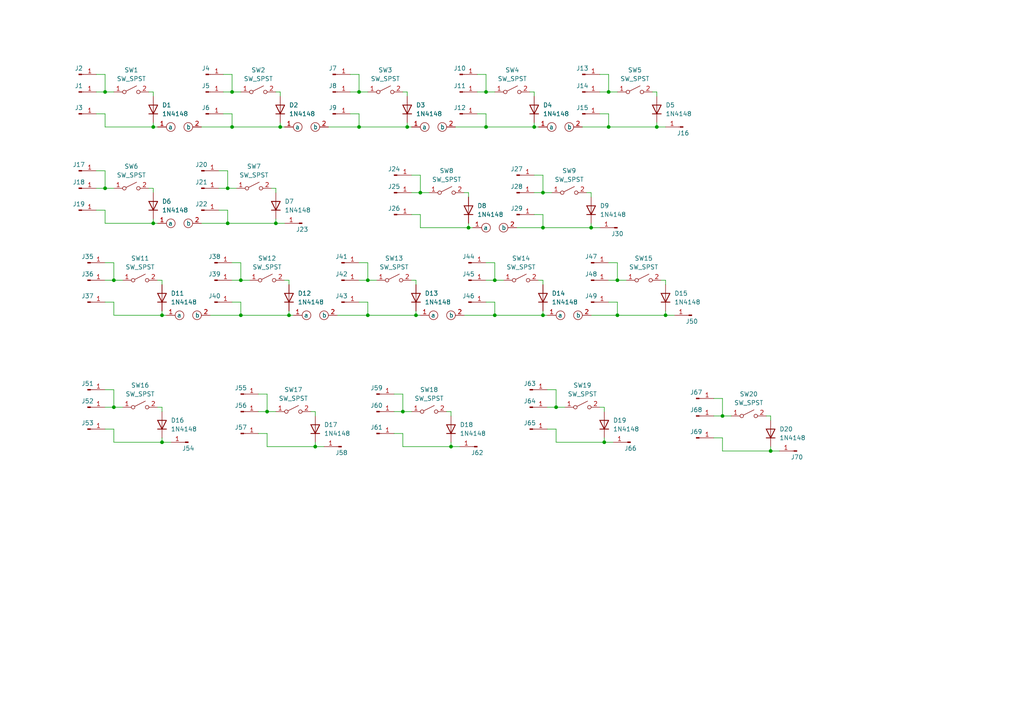
<source format=kicad_sch>
(kicad_sch (version 20230121) (generator eeschema)
  (paper "A4")
  (lib_symbols
    (symbol "Connector:Conn_01x01_Pin" (pin_names (offset 1.016) hide)
      (property "Reference" "J" (at 0 2.54 0))
      (property "Value" "Conn_01x01_Pin" (at 0 -2.54 0))
      (symbol "Conn_01x01_Pin_1_1"
        (polyline (pts (xy 1.27 0) (xy 0.8636 0)) (stroke (width 0.1524)))
        (rectangle (start 0.8636 0.127) (end 0 -0.127) (stroke (width 0.1524)) (fill (type outline)))
        (pin passive line (at 5.08 0 180) (length 3.81) (name "Pin_1") (number "1"))
      )
    )
    (symbol "Diode:1N4148" (pin_numbers hide) (pin_names hide)
      (property "Reference" "D" (at 0 2.54 0))
      (property "Value" "1N4148" (at 0 -2.54 0))
      (symbol "1N4148_0_1"
        (polyline (pts (xy -1.27 1.27) (xy -1.27 -1.27)) (stroke (width 0.254)))
        (polyline (pts (xy 1.27 0) (xy -1.27 0)))
        (polyline (pts (xy 1.27 1.27) (xy 1.27 -1.27) (xy -1.27 0) (xy 1.27 1.27)) (stroke (width 0.254)))
      )
      (symbol "1N4148_1_1"
        (pin passive line (at -3.81 0 0) (length 2.54) (name "K") (number "1"))
        (pin passive line (at 3.81 0 180) (length 2.54) (name "A") (number "2"))
      )
    )
    (symbol "Switch:SW_SPST" (pin_names (offset 0) hide)
      (property "Reference" "SW" (at 0 3.175 0))
      (property "Value" "SW_SPST" (at 0 -2.54 0))
      (symbol "SW_SPST_0_0"
        (circle (center -2.032 0) (radius 0.508))
        (polyline (pts (xy -1.524 0.254) (xy 1.524 1.778)))
        (circle (center 2.032 0) (radius 0.508))
      )
      (symbol "SW_SPST_1_1"
        (pin passive line (at -5.08 0 0) (length 2.54) (name "A") (number "1"))
        (pin passive line (at 5.08 0 180) (length 2.54) (name "B") (number "2"))
      )
    )
    (symbol "mod5symblib:pad"
      (symbol "pad_0_1"
        (circle (center -2.54 0) (radius 1.27))
        (circle (center 2.54 0) (radius 1.27))
      )
      (symbol "pad_1_1"
        (pin passive line (at -6.35 0 0) (length 2.54) (name "a") (number "1"))
        (pin passive line (at 6.35 0 180) (length 2.54) (name "b") (number "2"))
      )
    )
  )
  (junction (at 67.31 36.83))
  (junction (at 209.55 120.65))
  (junction (at 104.14 26.67))
  (junction (at 33.02 118.11))
  (junction (at 67.31 26.67))
  (junction (at 106.68 91.44))
  (junction (at 81.28 36.83))
  (junction (at 179.07 81.28))
  (junction (at 46.99 91.44))
  (junction (at 106.68 81.28))
  (junction (at 176.53 26.67))
  (junction (at 44.45 64.77))
  (junction (at 116.84 119.38))
  (junction (at 154.94 36.83))
  (junction (at 135.89 66.04))
  (junction (at 143.51 81.28))
  (junction (at 175.26 128.27))
  (junction (at 193.04 91.44))
  (junction (at 157.48 55.88))
  (junction (at 66.04 64.77))
  (junction (at 44.45 36.83))
  (junction (at 83.82 91.44))
  (junction (at 161.29 118.11))
  (junction (at 223.52 130.81))
  (junction (at 179.07 91.44))
  (junction (at 46.99 128.27))
  (junction (at 33.02 81.28))
  (junction (at 157.48 91.44))
  (junction (at 190.5 36.83))
  (junction (at 80.01 64.77))
  (junction (at 30.48 26.67))
  (junction (at 157.48 66.04))
  (junction (at 130.81 129.54))
  (junction (at 66.04 54.61))
  (junction (at 69.85 91.44))
  (junction (at 91.44 129.54))
  (junction (at 77.47 119.38))
  (junction (at 30.48 54.61))
  (junction (at 69.85 81.28))
  (junction (at 140.97 36.83))
  (junction (at 118.11 36.83))
  (junction (at 143.51 91.44))
  (junction (at 104.14 36.83))
  (junction (at 171.45 66.04))
  (junction (at 140.97 26.67))
  (junction (at 120.65 91.44))
  (junction (at 176.53 36.83))
  (junction (at 121.92 55.88))
  (wire (pts (xy 67.31 26.67) (xy 69.85 26.67)))
  (wire (pts (xy 116.84 119.38) (xy 119.38 119.38)))
  (wire (pts (xy 132.08 36.83) (xy 140.97 36.83)))
  (wire (pts (xy 140.97 21.59) (xy 140.97 26.67)))
  (wire (pts (xy 207.01 115.57) (xy 209.55 115.57)))
  (wire (pts (xy 104.14 21.59) (xy 104.14 26.67)))
  (wire (pts (xy 189.23 26.67) (xy 190.5 26.67)))
  (wire (pts (xy 135.89 55.88) (xy 135.89 57.15)))
  (wire (pts (xy 121.92 66.04) (xy 135.89 66.04)))
  (wire (pts (xy 223.52 120.65) (xy 223.52 121.92)))
  (wire (pts (xy 154.94 50.8) (xy 157.48 50.8)))
  (wire (pts (xy 143.51 76.2) (xy 143.51 81.28)))
  (wire (pts (xy 171.45 66.04) (xy 173.99 66.04)))
  (wire (pts (xy 143.51 81.28) (xy 146.05 81.28)))
  (wire (pts (xy 101.6 33.02) (xy 104.14 33.02)))
  (wire (pts (xy 30.48 113.03) (xy 33.02 113.03)))
  (wire (pts (xy 58.42 36.83) (xy 67.31 36.83)))
  (wire (pts (xy 33.02 91.44) (xy 46.99 91.44)))
  (wire (pts (xy 209.55 127) (xy 209.55 130.81)))
  (wire (pts (xy 140.97 87.63) (xy 143.51 87.63)))
  (wire (pts (xy 33.02 87.63) (xy 33.02 91.44)))
  (wire (pts (xy 30.48 36.83) (xy 44.45 36.83)))
  (wire (pts (xy 69.85 76.2) (xy 69.85 81.28)))
  (wire (pts (xy 176.53 26.67) (xy 179.07 26.67)))
  (wire (pts (xy 157.48 50.8) (xy 157.48 55.88)))
  (wire (pts (xy 66.04 49.53) (xy 66.04 54.61)))
  (wire (pts (xy 130.81 128.27) (xy 130.81 129.54)))
  (wire (pts (xy 80.01 63.5) (xy 80.01 64.77)))
  (wire (pts (xy 140.97 33.02) (xy 140.97 36.83)))
  (wire (pts (xy 170.18 55.88) (xy 171.45 55.88)))
  (wire (pts (xy 138.43 21.59) (xy 140.97 21.59)))
  (wire (pts (xy 135.89 66.04) (xy 137.16 66.04)))
  (wire (pts (xy 120.65 90.17) (xy 120.65 91.44)))
  (wire (pts (xy 44.45 54.61) (xy 44.45 55.88)))
  (wire (pts (xy 82.55 81.28) (xy 83.82 81.28)))
  (wire (pts (xy 114.3 119.38) (xy 116.84 119.38)))
  (wire (pts (xy 116.84 129.54) (xy 130.81 129.54)))
  (wire (pts (xy 104.14 36.83) (xy 118.11 36.83)))
  (wire (pts (xy 179.07 76.2) (xy 179.07 81.28)))
  (wire (pts (xy 106.68 76.2) (xy 106.68 81.28)))
  (wire (pts (xy 175.26 128.27) (xy 177.8 128.27)))
  (wire (pts (xy 67.31 76.2) (xy 69.85 76.2)))
  (wire (pts (xy 77.47 125.73) (xy 77.47 129.54)))
  (wire (pts (xy 33.02 76.2) (xy 33.02 81.28)))
  (wire (pts (xy 77.47 114.3) (xy 77.47 119.38)))
  (wire (pts (xy 27.94 49.53) (xy 30.48 49.53)))
  (wire (pts (xy 69.85 81.28) (xy 72.39 81.28)))
  (wire (pts (xy 119.38 50.8) (xy 121.92 50.8)))
  (wire (pts (xy 46.99 90.17) (xy 46.99 91.44)))
  (wire (pts (xy 46.99 128.27) (xy 49.53 128.27)))
  (wire (pts (xy 223.52 129.54) (xy 223.52 130.81)))
  (wire (pts (xy 190.5 35.56) (xy 190.5 36.83)))
  (wire (pts (xy 66.04 64.77) (xy 80.01 64.77)))
  (wire (pts (xy 78.74 54.61) (xy 80.01 54.61)))
  (wire (pts (xy 114.3 125.73) (xy 116.84 125.73)))
  (wire (pts (xy 30.48 81.28) (xy 33.02 81.28)))
  (wire (pts (xy 176.53 33.02) (xy 176.53 36.83)))
  (wire (pts (xy 118.11 36.83) (xy 119.38 36.83)))
  (wire (pts (xy 45.72 118.11) (xy 46.99 118.11)))
  (wire (pts (xy 135.89 64.77) (xy 135.89 66.04)))
  (wire (pts (xy 190.5 26.67) (xy 190.5 27.94)))
  (wire (pts (xy 44.45 26.67) (xy 44.45 27.94)))
  (wire (pts (xy 171.45 91.44) (xy 179.07 91.44)))
  (wire (pts (xy 161.29 128.27) (xy 175.26 128.27)))
  (wire (pts (xy 157.48 62.23) (xy 157.48 66.04)))
  (wire (pts (xy 193.04 91.44) (xy 195.58 91.44)))
  (wire (pts (xy 154.94 26.67) (xy 154.94 27.94)))
  (wire (pts (xy 77.47 129.54) (xy 91.44 129.54)))
  (wire (pts (xy 90.17 119.38) (xy 91.44 119.38)))
  (wire (pts (xy 66.04 60.96) (xy 66.04 64.77)))
  (wire (pts (xy 193.04 81.28) (xy 193.04 82.55)))
  (wire (pts (xy 33.02 128.27) (xy 46.99 128.27)))
  (wire (pts (xy 157.48 90.17) (xy 157.48 91.44)))
  (wire (pts (xy 101.6 21.59) (xy 104.14 21.59)))
  (wire (pts (xy 43.18 54.61) (xy 44.45 54.61)))
  (wire (pts (xy 27.94 60.96) (xy 30.48 60.96)))
  (wire (pts (xy 44.45 63.5) (xy 44.45 64.77)))
  (wire (pts (xy 140.97 81.28) (xy 143.51 81.28)))
  (wire (pts (xy 91.44 128.27) (xy 91.44 129.54)))
  (wire (pts (xy 120.65 91.44) (xy 121.92 91.44)))
  (wire (pts (xy 143.51 87.63) (xy 143.51 91.44)))
  (wire (pts (xy 33.02 81.28) (xy 35.56 81.28)))
  (wire (pts (xy 143.51 91.44) (xy 157.48 91.44)))
  (wire (pts (xy 118.11 26.67) (xy 118.11 27.94)))
  (wire (pts (xy 30.48 54.61) (xy 33.02 54.61)))
  (wire (pts (xy 80.01 54.61) (xy 80.01 55.88)))
  (wire (pts (xy 63.5 54.61) (xy 66.04 54.61)))
  (wire (pts (xy 81.28 26.67) (xy 81.28 27.94)))
  (wire (pts (xy 81.28 35.56) (xy 81.28 36.83)))
  (wire (pts (xy 83.82 81.28) (xy 83.82 82.55)))
  (wire (pts (xy 173.99 33.02) (xy 176.53 33.02)))
  (wire (pts (xy 60.96 91.44) (xy 69.85 91.44)))
  (wire (pts (xy 168.91 36.83) (xy 176.53 36.83)))
  (wire (pts (xy 116.84 114.3) (xy 116.84 119.38)))
  (wire (pts (xy 158.75 118.11) (xy 161.29 118.11)))
  (wire (pts (xy 209.55 130.81) (xy 223.52 130.81)))
  (wire (pts (xy 95.25 36.83) (xy 104.14 36.83)))
  (wire (pts (xy 30.48 49.53) (xy 30.48 54.61)))
  (wire (pts (xy 179.07 91.44) (xy 193.04 91.44)))
  (wire (pts (xy 43.18 26.67) (xy 44.45 26.67)))
  (wire (pts (xy 46.99 127) (xy 46.99 128.27)))
  (wire (pts (xy 27.94 33.02) (xy 30.48 33.02)))
  (wire (pts (xy 45.72 81.28) (xy 46.99 81.28)))
  (wire (pts (xy 149.86 66.04) (xy 157.48 66.04)))
  (wire (pts (xy 104.14 81.28) (xy 106.68 81.28)))
  (wire (pts (xy 119.38 55.88) (xy 121.92 55.88)))
  (wire (pts (xy 130.81 119.38) (xy 130.81 120.65)))
  (wire (pts (xy 171.45 55.88) (xy 171.45 57.15)))
  (wire (pts (xy 74.93 119.38) (xy 77.47 119.38)))
  (wire (pts (xy 176.53 76.2) (xy 179.07 76.2)))
  (wire (pts (xy 134.62 91.44) (xy 143.51 91.44)))
  (wire (pts (xy 104.14 26.67) (xy 106.68 26.67)))
  (wire (pts (xy 191.77 81.28) (xy 193.04 81.28)))
  (wire (pts (xy 91.44 129.54) (xy 93.98 129.54)))
  (wire (pts (xy 171.45 64.77) (xy 171.45 66.04)))
  (wire (pts (xy 158.75 113.03) (xy 161.29 113.03)))
  (wire (pts (xy 173.99 21.59) (xy 176.53 21.59)))
  (wire (pts (xy 121.92 55.88) (xy 124.46 55.88)))
  (wire (pts (xy 77.47 119.38) (xy 80.01 119.38)))
  (wire (pts (xy 97.79 91.44) (xy 106.68 91.44)))
  (wire (pts (xy 140.97 36.83) (xy 154.94 36.83)))
  (wire (pts (xy 64.77 21.59) (xy 67.31 21.59)))
  (wire (pts (xy 140.97 26.67) (xy 143.51 26.67)))
  (wire (pts (xy 118.11 35.56) (xy 118.11 36.83)))
  (wire (pts (xy 30.48 87.63) (xy 33.02 87.63)))
  (wire (pts (xy 67.31 81.28) (xy 69.85 81.28)))
  (wire (pts (xy 161.29 124.46) (xy 161.29 128.27)))
  (wire (pts (xy 30.48 124.46) (xy 33.02 124.46)))
  (wire (pts (xy 83.82 91.44) (xy 85.09 91.44)))
  (wire (pts (xy 154.94 36.83) (xy 156.21 36.83)))
  (wire (pts (xy 119.38 81.28) (xy 120.65 81.28)))
  (wire (pts (xy 46.99 81.28) (xy 46.99 82.55)))
  (wire (pts (xy 27.94 21.59) (xy 30.48 21.59)))
  (wire (pts (xy 138.43 33.02) (xy 140.97 33.02)))
  (wire (pts (xy 222.25 120.65) (xy 223.52 120.65)))
  (wire (pts (xy 91.44 119.38) (xy 91.44 120.65)))
  (wire (pts (xy 207.01 120.65) (xy 209.55 120.65)))
  (wire (pts (xy 158.75 124.46) (xy 161.29 124.46)))
  (wire (pts (xy 161.29 118.11) (xy 163.83 118.11)))
  (wire (pts (xy 67.31 36.83) (xy 81.28 36.83)))
  (wire (pts (xy 176.53 21.59) (xy 176.53 26.67)))
  (wire (pts (xy 33.02 113.03) (xy 33.02 118.11)))
  (wire (pts (xy 175.26 118.11) (xy 175.26 119.38)))
  (wire (pts (xy 176.53 36.83) (xy 190.5 36.83)))
  (wire (pts (xy 209.55 115.57) (xy 209.55 120.65)))
  (wire (pts (xy 80.01 26.67) (xy 81.28 26.67)))
  (wire (pts (xy 104.14 33.02) (xy 104.14 36.83)))
  (wire (pts (xy 106.68 91.44) (xy 120.65 91.44)))
  (wire (pts (xy 30.48 64.77) (xy 44.45 64.77)))
  (wire (pts (xy 119.38 62.23) (xy 121.92 62.23)))
  (wire (pts (xy 30.48 21.59) (xy 30.48 26.67)))
  (wire (pts (xy 67.31 33.02) (xy 67.31 36.83)))
  (wire (pts (xy 30.48 118.11) (xy 33.02 118.11)))
  (wire (pts (xy 33.02 124.46) (xy 33.02 128.27)))
  (wire (pts (xy 176.53 87.63) (xy 179.07 87.63)))
  (wire (pts (xy 44.45 64.77) (xy 45.72 64.77)))
  (wire (pts (xy 58.42 64.77) (xy 66.04 64.77)))
  (wire (pts (xy 63.5 49.53) (xy 66.04 49.53)))
  (wire (pts (xy 74.93 114.3) (xy 77.47 114.3)))
  (wire (pts (xy 44.45 36.83) (xy 45.72 36.83)))
  (wire (pts (xy 30.48 26.67) (xy 33.02 26.67)))
  (wire (pts (xy 161.29 113.03) (xy 161.29 118.11)))
  (wire (pts (xy 116.84 125.73) (xy 116.84 129.54)))
  (wire (pts (xy 120.65 81.28) (xy 120.65 82.55)))
  (wire (pts (xy 30.48 76.2) (xy 33.02 76.2)))
  (wire (pts (xy 101.6 26.67) (xy 104.14 26.67)))
  (wire (pts (xy 173.99 26.67) (xy 176.53 26.67)))
  (wire (pts (xy 81.28 36.83) (xy 82.55 36.83)))
  (wire (pts (xy 130.81 129.54) (xy 133.35 129.54)))
  (wire (pts (xy 209.55 120.65) (xy 212.09 120.65)))
  (wire (pts (xy 114.3 114.3) (xy 116.84 114.3)))
  (wire (pts (xy 116.84 26.67) (xy 118.11 26.67)))
  (wire (pts (xy 63.5 60.96) (xy 66.04 60.96)))
  (wire (pts (xy 74.93 125.73) (xy 77.47 125.73)))
  (wire (pts (xy 157.48 91.44) (xy 158.75 91.44)))
  (wire (pts (xy 69.85 91.44) (xy 83.82 91.44)))
  (wire (pts (xy 106.68 87.63) (xy 106.68 91.44)))
  (wire (pts (xy 66.04 54.61) (xy 68.58 54.61)))
  (wire (pts (xy 64.77 26.67) (xy 67.31 26.67)))
  (wire (pts (xy 46.99 118.11) (xy 46.99 119.38)))
  (wire (pts (xy 176.53 81.28) (xy 179.07 81.28)))
  (wire (pts (xy 154.94 62.23) (xy 157.48 62.23)))
  (wire (pts (xy 104.14 76.2) (xy 106.68 76.2)))
  (wire (pts (xy 179.07 81.28) (xy 181.61 81.28)))
  (wire (pts (xy 69.85 87.63) (xy 69.85 91.44)))
  (wire (pts (xy 30.48 60.96) (xy 30.48 64.77)))
  (wire (pts (xy 193.04 90.17) (xy 193.04 91.44)))
  (wire (pts (xy 153.67 26.67) (xy 154.94 26.67)))
  (wire (pts (xy 104.14 87.63) (xy 106.68 87.63)))
  (wire (pts (xy 67.31 21.59) (xy 67.31 26.67)))
  (wire (pts (xy 83.82 90.17) (xy 83.82 91.44)))
  (wire (pts (xy 134.62 55.88) (xy 135.89 55.88)))
  (wire (pts (xy 46.99 91.44) (xy 48.26 91.44)))
  (wire (pts (xy 106.68 81.28) (xy 109.22 81.28)))
  (wire (pts (xy 80.01 64.77) (xy 82.55 64.77)))
  (wire (pts (xy 27.94 26.67) (xy 30.48 26.67)))
  (wire (pts (xy 190.5 36.83) (xy 193.04 36.83)))
  (wire (pts (xy 157.48 55.88) (xy 160.02 55.88)))
  (wire (pts (xy 121.92 62.23) (xy 121.92 66.04)))
  (wire (pts (xy 154.94 35.56) (xy 154.94 36.83)))
  (wire (pts (xy 156.21 81.28) (xy 157.48 81.28)))
  (wire (pts (xy 27.94 54.61) (xy 30.48 54.61)))
  (wire (pts (xy 129.54 119.38) (xy 130.81 119.38)))
  (wire (pts (xy 33.02 118.11) (xy 35.56 118.11)))
  (wire (pts (xy 140.97 76.2) (xy 143.51 76.2)))
  (wire (pts (xy 175.26 127) (xy 175.26 128.27)))
  (wire (pts (xy 179.07 87.63) (xy 179.07 91.44)))
  (wire (pts (xy 223.52 130.81) (xy 226.06 130.81)))
  (wire (pts (xy 64.77 33.02) (xy 67.31 33.02)))
  (wire (pts (xy 157.48 81.28) (xy 157.48 82.55)))
  (wire (pts (xy 207.01 127) (xy 209.55 127)))
  (wire (pts (xy 67.31 87.63) (xy 69.85 87.63)))
  (wire (pts (xy 157.48 66.04) (xy 171.45 66.04)))
  (wire (pts (xy 44.45 35.56) (xy 44.45 36.83)))
  (wire (pts (xy 173.99 118.11) (xy 175.26 118.11)))
  (wire (pts (xy 138.43 26.67) (xy 140.97 26.67)))
  (wire (pts (xy 121.92 50.8) (xy 121.92 55.88)))
  (wire (pts (xy 30.48 33.02) (xy 30.48 36.83)))
  (wire (pts (xy 154.94 55.88) (xy 157.48 55.88)))
  (symbol (lib_id "Diode:1N4148") (at 46.99 86.36 90) (unit 1)
    (property "Reference" "D11" (at 49.53 85.09 90) (effects (justify right)))
    (property "Value" "1N4148" (at 49.53 87.63 90) (effects (justify right)))
    (property "Footprint" "Diode_THT:D_DO-35_SOD27_P7.62mm_Horizontal" (effects hide))
    (property "Datasheet" "https://assets.nexperia.com/documents/data-sheet/1N4148_1N4448.pdf" (effects hide))
    (property "Sim.Device" "D" (effects hide))
    (property "Sim.Pins" "1=K 2=A" (effects hide))
  )
  (symbol (lib_id "Connector:Conn_01x01_Pin") (at 25.4 87.63 0) (unit 1)
    (property "Reference" "J37" (at 25.4 85.852 0))
    (property "Value" "Conn_01x01_Pin" (effects hide))
    (property "Footprint" "mod5footprint-lib:conn1x1" (effects hide))
  )
  (symbol (lib_id "Connector:Conn_01x01_Pin") (at 62.23 76.2 0) (unit 1)
    (property "Reference" "J38" (at 62.23 74.422 0))
    (property "Value" "Conn_01x01_Pin" (effects hide))
    (property "Footprint" "mod5footprint-lib:conn1x1" (effects hide))
  )
  (symbol (lib_id "Connector:Conn_01x01_Pin") (at 54.61 128.27 180) (unit 1)
    (property "Reference" "J54" (at 54.61 130.048 0))
    (property "Value" "Conn_01x01_Pin" (effects hide))
    (property "Footprint" "mod5footprint-lib:conn1x1" (effects hide))
  )
  (symbol (lib_id "mod5symblib:pad") (at 88.9 36.83 0) (unit 1)
    (property "Reference" "P2" (effects hide))
    (property "Footprint" "mod5footprint-lib:pad-footprint" (effects hide))
  )
  (symbol (lib_id "Switch:SW_SPST") (at 38.1 26.67 0) (unit 1)
    (property "Reference" "SW1" (at 38.1 20.32 0))
    (property "Value" "SW_SPST" (at 38.1 22.86 0))
    (property "Footprint" "mx:SW_Cherry_MX_PCB" (effects hide))
  )
  (symbol (lib_id "Diode:1N4148") (at 190.5 31.75 90) (unit 1)
    (property "Reference" "D5" (at 193.04 30.48 90) (effects (justify right)))
    (property "Value" "1N4148" (at 193.04 33.02 90) (effects (justify right)))
    (property "Footprint" "Diode_THT:D_DO-35_SOD27_P7.62mm_Horizontal" (effects hide))
    (property "Datasheet" "https://assets.nexperia.com/documents/data-sheet/1N4148_1N4448.pdf" (effects hide))
    (property "Sim.Device" "D" (effects hide))
    (property "Sim.Pins" "1=K 2=A" (effects hide))
  )
  (symbol (lib_id "Diode:1N4148") (at 81.28 31.75 90) (unit 1)
    (property "Reference" "D2" (at 83.82 30.48 90) (effects (justify right)))
    (property "Value" "1N4148" (at 83.82 33.02 90) (effects (justify right)))
    (property "Footprint" "Diode_THT:D_DO-35_SOD27_P7.62mm_Horizontal" (effects hide))
    (property "Datasheet" "https://assets.nexperia.com/documents/data-sheet/1N4148_1N4448.pdf" (effects hide))
    (property "Sim.Device" "D" (effects hide))
    (property "Sim.Pins" "1=K 2=A" (effects hide))
  )
  (symbol (lib_id "Connector:Conn_01x01_Pin") (at 135.89 76.2 0) (unit 1)
    (property "Reference" "J44" (at 135.89 74.422 0))
    (property "Value" "Conn_01x01_Pin" (effects hide))
    (property "Footprint" "mod5footprint-lib:conn1x1" (effects hide))
  )
  (symbol (lib_id "Connector:Conn_01x01_Pin") (at 96.52 26.67 0) (unit 1)
    (property "Reference" "J8" (at 96.52 24.892 0))
    (property "Value" "Conn_01x01_Pin" (effects hide))
    (property "Footprint" "mod5footprint-lib:conn1x1" (effects hide))
  )
  (symbol (lib_id "mod5symblib:pad") (at 52.07 64.77 0) (unit 1)
    (property "Reference" "P5" (effects hide))
    (property "Footprint" "mod5footprint-lib:pad-footprint" (effects hide))
  )
  (symbol (lib_id "Connector:Conn_01x01_Pin") (at 25.4 118.11 0) (unit 1)
    (property "Reference" "J52" (at 25.4 116.332 0))
    (property "Value" "Conn_01x01_Pin" (effects hide))
    (property "Footprint" "mod5footprint-lib:conn1x1" (effects hide))
  )
  (symbol (lib_id "Diode:1N4148") (at 154.94 31.75 90) (unit 1)
    (property "Reference" "D4" (at 157.48 30.48 90) (effects (justify right)))
    (property "Value" "1N4148" (at 157.48 33.02 90) (effects (justify right)))
    (property "Footprint" "Diode_THT:D_DO-35_SOD27_P7.62mm_Horizontal" (effects hide))
    (property "Datasheet" "https://assets.nexperia.com/documents/data-sheet/1N4148_1N4448.pdf" (effects hide))
    (property "Sim.Device" "D" (effects hide))
    (property "Sim.Pins" "1=K 2=A" (effects hide))
  )
  (symbol (lib_id "Connector:Conn_01x01_Pin") (at 62.23 87.63 0) (unit 1)
    (property "Reference" "J40" (at 62.23 85.852 0))
    (property "Value" "Conn_01x01_Pin" (effects hide))
    (property "Footprint" "mod5footprint-lib:conn1x1" (effects hide))
  )
  (symbol (lib_id "Connector:Conn_01x01_Pin") (at 109.22 114.3 0) (unit 1)
    (property "Reference" "J59" (at 109.22 112.522 0))
    (property "Value" "Conn_01x01_Pin" (effects hide))
    (property "Footprint" "mod5footprint-lib:conn1x1" (effects hide))
  )
  (symbol (lib_id "mod5symblib:pad") (at 125.73 36.83 0) (unit 1)
    (property "Reference" "P3" (effects hide))
    (property "Footprint" "mod5footprint-lib:pad-footprint" (effects hide))
  )
  (symbol (lib_id "Switch:SW_SPST") (at 184.15 26.67 0) (unit 1)
    (property "Reference" "SW5" (at 184.15 20.32 0))
    (property "Value" "SW_SPST" (at 184.15 22.86 0))
    (property "Footprint" "mx:SW_Cherry_MX_PCB" (effects hide))
  )
  (symbol (lib_id "Connector:Conn_01x01_Pin") (at 96.52 33.02 0) (unit 1)
    (property "Reference" "J9" (at 96.52 31.242 0))
    (property "Value" "Conn_01x01_Pin" (effects hide))
    (property "Footprint" "mod5footprint-lib:conn1x1" (effects hide))
  )
  (symbol (lib_id "mod5symblib:pad") (at 91.44 91.44 0) (unit 1)
    (property "Reference" "P8" (effects hide))
    (property "Footprint" "mod5footprint-lib:pad-footprint" (effects hide))
  )
  (symbol (lib_id "Connector:Conn_01x01_Pin") (at 168.91 21.59 0) (unit 1)
    (property "Reference" "J13" (at 168.91 19.812 0))
    (property "Value" "Conn_01x01_Pin" (effects hide))
    (property "Footprint" "mod5footprint-lib:conn1x1" (effects hide))
  )
  (symbol (lib_id "Connector:Conn_01x01_Pin") (at 22.86 33.02 0) (unit 1)
    (property "Reference" "J3" (at 22.86 31.242 0))
    (property "Value" "Conn_01x01_Pin" (effects hide))
    (property "Footprint" "mod5footprint-lib:conn1x1" (effects hide))
  )
  (symbol (lib_id "Connector:Conn_01x01_Pin") (at 69.85 119.38 0) (unit 1)
    (property "Reference" "J56" (at 69.85 117.602 0))
    (property "Value" "Conn_01x01_Pin" (effects hide))
    (property "Footprint" "mod5footprint-lib:conn1x1" (effects hide))
  )
  (symbol (lib_id "Connector:Conn_01x01_Pin") (at 109.22 125.73 0) (unit 1)
    (property "Reference" "J61" (at 109.22 123.952 0))
    (property "Value" "Conn_01x01_Pin" (effects hide))
    (property "Footprint" "mod5footprint-lib:conn1x1" (effects hide))
  )
  (symbol (lib_id "Connector:Conn_01x01_Pin") (at 22.86 26.67 0) (unit 1)
    (property "Reference" "J1" (at 22.86 24.892 0))
    (property "Value" "Conn_01x01_Pin" (effects hide))
    (property "Footprint" "mod5footprint-lib:conn1x1" (effects hide))
  )
  (symbol (lib_id "Connector:Conn_01x01_Pin") (at 179.07 66.04 180) (unit 1)
    (property "Reference" "J30" (at 179.07 67.818 0))
    (property "Value" "Conn_01x01_Pin" (effects hide))
    (property "Footprint" "mod5footprint-lib:conn1x1" (effects hide))
  )
  (symbol (lib_id "Connector:Conn_01x01_Pin") (at 99.06 129.54 180) (unit 1)
    (property "Reference" "J58" (at 99.06 131.318 0))
    (property "Value" "Conn_01x01_Pin" (effects hide))
    (property "Footprint" "mod5footprint-lib:conn1x1" (effects hide))
  )
  (symbol (lib_id "Switch:SW_SPST") (at 148.59 26.67 0) (unit 1)
    (property "Reference" "SW4" (at 148.59 20.32 0))
    (property "Value" "SW_SPST" (at 148.59 22.86 0))
    (property "Footprint" "mx:SW_Cherry_MX_PCB" (effects hide))
  )
  (symbol (lib_id "Connector:Conn_01x01_Pin") (at 58.42 54.61 0) (unit 1)
    (property "Reference" "J21" (at 58.42 52.832 0))
    (property "Value" "Conn_01x01_Pin" (effects hide))
    (property "Footprint" "mod5footprint-lib:conn1x1" (effects hide))
  )
  (symbol (lib_id "Switch:SW_SPST") (at 114.3 81.28 0) (unit 1)
    (property "Reference" "SW13" (at 114.3 74.93 0))
    (property "Value" "SW_SPST" (at 114.3 77.47 0))
    (property "Footprint" "mx:SW_Cherry_MX_PCB" (effects hide))
  )
  (symbol (lib_id "Diode:1N4148") (at 91.44 124.46 90) (unit 1)
    (property "Reference" "D17" (at 93.98 123.19 90) (effects (justify right)))
    (property "Value" "1N4148" (at 93.98 125.73 90) (effects (justify right)))
    (property "Footprint" "Diode_THT:D_DO-35_SOD27_P7.62mm_Horizontal" (effects hide))
    (property "Datasheet" "https://assets.nexperia.com/documents/data-sheet/1N4148_1N4448.pdf" (effects hide))
    (property "Sim.Device" "D" (effects hide))
    (property "Sim.Pins" "1=K 2=A" (effects hide))
  )
  (symbol (lib_id "Diode:1N4148") (at 118.11 31.75 90) (unit 1)
    (property "Reference" "D3" (at 120.65 30.48 90) (effects (justify right)))
    (property "Value" "1N4148" (at 120.65 33.02 90) (effects (justify right)))
    (property "Footprint" "Diode_THT:D_DO-35_SOD27_P7.62mm_Horizontal" (effects hide))
    (property "Datasheet" "https://assets.nexperia.com/documents/data-sheet/1N4148_1N4448.pdf" (effects hide))
    (property "Sim.Device" "D" (effects hide))
    (property "Sim.Pins" "1=K 2=A" (effects hide))
  )
  (symbol (lib_id "Connector:Conn_01x01_Pin") (at 69.85 125.73 0) (unit 1)
    (property "Reference" "J57" (at 69.85 123.952 0))
    (property "Value" "Conn_01x01_Pin" (effects hide))
    (property "Footprint" "mod5footprint-lib:conn1x1" (effects hide))
  )
  (symbol (lib_id "Switch:SW_SPST") (at 40.64 118.11 0) (unit 1)
    (property "Reference" "SW16" (at 40.64 111.76 0))
    (property "Value" "SW_SPST" (at 40.64 114.3 0))
    (property "Footprint" "mx:SW_Cherry_MX_PCB" (effects hide))
  )
  (symbol (lib_id "Switch:SW_SPST") (at 74.93 26.67 0) (unit 1)
    (property "Reference" "SW2" (at 74.93 20.32 0))
    (property "Value" "SW_SPST" (at 74.93 22.86 0))
    (property "Footprint" "mx:SW_Cherry_MX_PCB" (effects hide))
  )
  (symbol (lib_id "Connector:Conn_01x01_Pin") (at 58.42 60.96 0) (unit 1)
    (property "Reference" "J22" (at 58.42 59.182 0))
    (property "Value" "Conn_01x01_Pin" (effects hide))
    (property "Footprint" "mod5footprint-lib:conn1x1" (effects hide))
  )
  (symbol (lib_id "Connector:Conn_01x01_Pin") (at 25.4 113.03 0) (unit 1)
    (property "Reference" "J51" (at 25.4 111.252 0))
    (property "Value" "Conn_01x01_Pin" (effects hide))
    (property "Footprint" "mod5footprint-lib:conn1x1" (effects hide))
  )
  (symbol (lib_id "Diode:1N4148") (at 193.04 86.36 90) (unit 1)
    (property "Reference" "D15" (at 195.58 85.09 90) (effects (justify right)))
    (property "Value" "1N4148" (at 195.58 87.63 90) (effects (justify right)))
    (property "Footprint" "Diode_THT:D_DO-35_SOD27_P7.62mm_Horizontal" (effects hide))
    (property "Datasheet" "https://assets.nexperia.com/documents/data-sheet/1N4148_1N4448.pdf" (effects hide))
    (property "Sim.Device" "D" (effects hide))
    (property "Sim.Pins" "1=K 2=A" (effects hide))
  )
  (symbol (lib_id "Connector:Conn_01x01_Pin") (at 22.86 21.59 0) (unit 1)
    (property "Reference" "J2" (at 22.86 19.812 0))
    (property "Value" "Conn_01x01_Pin" (effects hide))
    (property "Footprint" "mod5footprint-lib:conn1x1" (effects hide))
  )
  (symbol (lib_id "Connector:Conn_01x01_Pin") (at 168.91 33.02 0) (unit 1)
    (property "Reference" "J15" (at 168.91 31.242 0))
    (property "Value" "Conn_01x01_Pin" (effects hide))
    (property "Footprint" "mod5footprint-lib:conn1x1" (effects hide))
  )
  (symbol (lib_id "Connector:Conn_01x01_Pin") (at 153.67 113.03 0) (unit 1)
    (property "Reference" "J63" (at 153.67 111.252 0))
    (property "Value" "Conn_01x01_Pin" (effects hide))
    (property "Footprint" "mod5footprint-lib:conn1x1" (effects hide))
  )
  (symbol (lib_id "Diode:1N4148") (at 135.89 60.96 90) (unit 1)
    (property "Reference" "D8" (at 138.43 59.69 90) (effects (justify right)))
    (property "Value" "1N4148" (at 138.43 62.23 90) (effects (justify right)))
    (property "Footprint" "Diode_THT:D_DO-35_SOD27_P7.62mm_Horizontal" (effects hide))
    (property "Datasheet" "https://assets.nexperia.com/documents/data-sheet/1N4148_1N4448.pdf" (effects hide))
    (property "Sim.Device" "D" (effects hide))
    (property "Sim.Pins" "1=K 2=A" (effects hide))
  )
  (symbol (lib_id "Diode:1N4148") (at 44.45 31.75 90) (unit 1)
    (property "Reference" "D1" (at 46.99 30.48 90) (effects (justify right)))
    (property "Value" "1N4148" (at 46.99 33.02 90) (effects (justify right)))
    (property "Footprint" "Diode_THT:D_DO-35_SOD27_P7.62mm_Horizontal" (effects hide))
    (property "Datasheet" "https://assets.nexperia.com/documents/data-sheet/1N4148_1N4448.pdf" (effects hide))
    (property "Sim.Device" "D" (effects hide))
    (property "Sim.Pins" "1=K 2=A" (effects hide))
  )
  (symbol (lib_id "Connector:Conn_01x01_Pin") (at 171.45 81.28 0) (unit 1)
    (property "Reference" "J48" (at 171.45 79.502 0))
    (property "Value" "Conn_01x01_Pin" (effects hide))
    (property "Footprint" "mod5footprint-lib:conn1x1" (effects hide))
  )
  (symbol (lib_id "Switch:SW_SPST") (at 124.46 119.38 0) (unit 1)
    (property "Reference" "SW18" (at 124.46 113.03 0))
    (property "Value" "SW_SPST" (at 124.46 115.57 0))
    (property "Footprint" "mx:SW_Cherry_MX_PCB" (effects hide))
  )
  (symbol (lib_id "mod5symblib:pad") (at 143.51 66.04 0) (unit 1)
    (property "Reference" "P6" (effects hide))
    (property "Footprint" "mod5footprint-lib:pad-footprint" (effects hide))
  )
  (symbol (lib_id "Diode:1N4148") (at 80.01 59.69 90) (unit 1)
    (property "Reference" "D7" (at 82.55 58.42 90) (effects (justify right)))
    (property "Value" "1N4148" (at 82.55 60.96 90) (effects (justify right)))
    (property "Footprint" "Diode_THT:D_DO-35_SOD27_P7.62mm_Horizontal" (effects hide))
    (property "Datasheet" "https://assets.nexperia.com/documents/data-sheet/1N4148_1N4448.pdf" (effects hide))
    (property "Sim.Device" "D" (effects hide))
    (property "Sim.Pins" "1=K 2=A" (effects hide))
  )
  (symbol (lib_id "Switch:SW_SPST") (at 151.13 81.28 0) (unit 1)
    (property "Reference" "SW14" (at 151.13 74.93 0))
    (property "Value" "SW_SPST" (at 151.13 77.47 0))
    (property "Footprint" "mx:SW_Cherry_MX_PCB" (effects hide))
  )
  (symbol (lib_id "Diode:1N4148") (at 157.48 86.36 90) (unit 1)
    (property "Reference" "D14" (at 160.02 85.09 90) (effects (justify right)))
    (property "Value" "1N4148" (at 160.02 87.63 90) (effects (justify right)))
    (property "Footprint" "Diode_THT:D_DO-35_SOD27_P7.62mm_Horizontal" (effects hide))
    (property "Datasheet" "https://assets.nexperia.com/documents/data-sheet/1N4148_1N4448.pdf" (effects hide))
    (property "Sim.Device" "D" (effects hide))
    (property "Sim.Pins" "1=K 2=A" (effects hide))
  )
  (symbol (lib_id "Switch:SW_SPST") (at 186.69 81.28 0) (unit 1)
    (property "Reference" "SW15" (at 186.69 74.93 0))
    (property "Value" "SW_SPST" (at 186.69 77.47 0))
    (property "Footprint" "mx:SW_Cherry_MX_PCB" (effects hide))
  )
  (symbol (lib_id "Diode:1N4148") (at 175.26 123.19 90) (unit 1)
    (property "Reference" "D19" (at 177.8 121.92 90) (effects (justify right)))
    (property "Value" "1N4148" (at 177.8 124.46 90) (effects (justify right)))
    (property "Footprint" "Diode_THT:D_DO-35_SOD27_P7.62mm_Horizontal" (effects hide))
    (property "Datasheet" "https://assets.nexperia.com/documents/data-sheet/1N4148_1N4448.pdf" (effects hide))
    (property "Sim.Device" "D" (effects hide))
    (property "Sim.Pins" "1=K 2=A" (effects hide))
  )
  (symbol (lib_id "Connector:Conn_01x01_Pin") (at 168.91 26.67 0) (unit 1)
    (property "Reference" "J14" (at 168.91 24.892 0))
    (property "Value" "Conn_01x01_Pin" (effects hide))
    (property "Footprint" "mod5footprint-lib:conn1x1" (effects hide))
  )
  (symbol (lib_id "mod5symblib:pad") (at 162.56 36.83 0) (unit 1)
    (property "Reference" "P4" (effects hide))
    (property "Footprint" "mod5footprint-lib:pad-footprint" (effects hide))
  )
  (symbol (lib_id "Connector:Conn_01x01_Pin") (at 114.3 50.8 0) (unit 1)
    (property "Reference" "J24" (at 114.3 49.022 0))
    (property "Value" "Conn_01x01_Pin" (effects hide))
    (property "Footprint" "mod5footprint-lib:conn1x1" (effects hide))
  )
  (symbol (lib_id "Switch:SW_SPST") (at 85.09 119.38 0) (unit 1)
    (property "Reference" "SW17" (at 85.09 113.03 0))
    (property "Value" "SW_SPST" (at 85.09 115.57 0))
    (property "Footprint" "mx:SW_Cherry_MX_PCB" (effects hide))
  )
  (symbol (lib_id "mod5symblib:pad") (at 165.1 91.44 0) (unit 1)
    (property "Reference" "P10" (effects hide))
    (property "Footprint" "mod5footprint-lib:pad-footprint" (effects hide))
  )
  (symbol (lib_id "Connector:Conn_01x01_Pin") (at 59.69 21.59 0) (unit 1)
    (property "Reference" "J4" (at 59.69 19.812 0))
    (property "Value" "Conn_01x01_Pin" (effects hide))
    (property "Footprint" "mod5footprint-lib:conn1x1" (effects hide))
  )
  (symbol (lib_id "Connector:Conn_01x01_Pin") (at 99.06 76.2 0) (unit 1)
    (property "Reference" "J41" (at 99.06 74.422 0))
    (property "Value" "Conn_01x01_Pin" (effects hide))
    (property "Footprint" "mod5footprint-lib:conn1x1" (effects hide))
  )
  (symbol (lib_id "Connector:Conn_01x01_Pin") (at 149.86 50.8 0) (unit 1)
    (property "Reference" "J27" (at 149.86 49.022 0))
    (property "Value" "Conn_01x01_Pin" (effects hide))
    (property "Footprint" "mod5footprint-lib:conn1x1" (effects hide))
  )
  (symbol (lib_id "Diode:1N4148") (at 44.45 59.69 90) (unit 1)
    (property "Reference" "D6" (at 46.99 58.42 90) (effects (justify right)))
    (property "Value" "1N4148" (at 46.99 60.96 90) (effects (justify right)))
    (property "Footprint" "Diode_THT:D_DO-35_SOD27_P7.62mm_Horizontal" (effects hide))
    (property "Datasheet" "https://assets.nexperia.com/documents/data-sheet/1N4148_1N4448.pdf" (effects hide))
    (property "Sim.Device" "D" (effects hide))
    (property "Sim.Pins" "1=K 2=A" (effects hide))
  )
  (symbol (lib_id "Connector:Conn_01x01_Pin") (at 59.69 26.67 0) (unit 1)
    (property "Reference" "J5" (at 59.69 24.892 0))
    (property "Value" "Conn_01x01_Pin" (effects hide))
    (property "Footprint" "mod5footprint-lib:conn1x1" (effects hide))
  )
  (symbol (lib_id "Connector:Conn_01x01_Pin") (at 149.86 62.23 0) (unit 1)
    (property "Reference" "J29" (at 149.86 60.452 0))
    (property "Value" "Conn_01x01_Pin" (effects hide))
    (property "Footprint" "mod5footprint-lib:conn1x1" (effects hide))
  )
  (symbol (lib_id "Connector:Conn_01x01_Pin") (at 114.3 55.88 0) (unit 1)
    (property "Reference" "J25" (at 114.3 54.102 0))
    (property "Value" "Conn_01x01_Pin" (effects hide))
    (property "Footprint" "mod5footprint-lib:conn1x1" (effects hide))
  )
  (symbol (lib_id "Connector:Conn_01x01_Pin") (at 133.35 33.02 0) (unit 1)
    (property "Reference" "J12" (at 133.35 31.242 0))
    (property "Value" "Conn_01x01_Pin" (effects hide))
    (property "Footprint" "mod5footprint-lib:conn1x1" (effects hide))
  )
  (symbol (lib_id "Connector:Conn_01x01_Pin") (at 135.89 81.28 0) (unit 1)
    (property "Reference" "J45" (at 135.89 79.502 0))
    (property "Value" "Conn_01x01_Pin" (effects hide))
    (property "Footprint" "mod5footprint-lib:conn1x1" (effects hide))
  )
  (symbol (lib_id "Switch:SW_SPST") (at 40.64 81.28 0) (unit 1)
    (property "Reference" "SW11" (at 40.64 74.93 0))
    (property "Value" "SW_SPST" (at 40.64 77.47 0))
    (property "Footprint" "mx:SW_Cherry_MX_PCB" (effects hide))
  )
  (symbol (lib_id "Connector:Conn_01x01_Pin") (at 114.3 62.23 0) (unit 1)
    (property "Reference" "J26" (at 114.3 60.452 0))
    (property "Value" "Conn_01x01_Pin" (effects hide))
    (property "Footprint" "mod5footprint-lib:conn1x1" (effects hide))
  )
  (symbol (lib_id "Connector:Conn_01x01_Pin") (at 133.35 21.59 0) (unit 1)
    (property "Reference" "J10" (at 133.35 19.812 0))
    (property "Value" "Conn_01x01_Pin" (effects hide))
    (property "Footprint" "mod5footprint-lib:conn1x1" (effects hide))
  )
  (symbol (lib_id "Diode:1N4148") (at 46.99 123.19 90) (unit 1)
    (property "Reference" "D16" (at 49.53 121.92 90) (effects (justify right)))
    (property "Value" "1N4148" (at 49.53 124.46 90) (effects (justify right)))
    (property "Footprint" "Diode_THT:D_DO-35_SOD27_P7.62mm_Horizontal" (effects hide))
    (property "Datasheet" "https://assets.nexperia.com/documents/data-sheet/1N4148_1N4448.pdf" (effects hide))
    (property "Sim.Device" "D" (effects hide))
    (property "Sim.Pins" "1=K 2=A" (effects hide))
  )
  (symbol (lib_id "Switch:SW_SPST") (at 73.66 54.61 0) (unit 1)
    (property "Reference" "SW7" (at 73.66 48.26 0))
    (property "Value" "SW_SPST" (at 73.66 50.8 0))
    (property "Footprint" "mx:SW_Cherry_MX_PCB" (effects hide))
  )
  (symbol (lib_id "Connector:Conn_01x01_Pin") (at 87.63 64.77 180) (unit 1)
    (property "Reference" "J23" (at 87.63 66.548 0))
    (property "Value" "Conn_01x01_Pin" (effects hide))
    (property "Footprint" "mod5footprint-lib:conn1x1" (effects hide))
  )
  (symbol (lib_id "Connector:Conn_01x01_Pin") (at 200.66 91.44 180) (unit 1)
    (property "Reference" "J50" (at 200.66 93.218 0))
    (property "Value" "Conn_01x01_Pin" (effects hide))
    (property "Footprint" "mod5footprint-lib:conn1x1" (effects hide))
  )
  (symbol (lib_id "Connector:Conn_01x01_Pin") (at 22.86 54.61 0) (unit 1)
    (property "Reference" "J18" (at 22.86 52.832 0))
    (property "Value" "Conn_01x01_Pin" (effects hide))
    (property "Footprint" "mod5footprint-lib:conn1x1" (effects hide))
  )
  (symbol (lib_id "Connector:Conn_01x01_Pin") (at 201.93 127 0) (unit 1)
    (property "Reference" "J69" (at 201.93 125.222 0))
    (property "Value" "Conn_01x01_Pin" (effects hide))
    (property "Footprint" "mod5footprint-lib:conn1x1" (effects hide))
  )
  (symbol (lib_id "mod5symblib:pad") (at 128.27 91.44 0) (unit 1)
    (property "Reference" "P9" (effects hide))
    (property "Footprint" "mod5footprint-lib:pad-footprint" (effects hide))
  )
  (symbol (lib_id "Connector:Conn_01x01_Pin") (at 99.06 81.28 0) (unit 1)
    (property "Reference" "J42" (at 99.06 79.502 0))
    (property "Value" "Conn_01x01_Pin" (effects hide))
    (property "Footprint" "mod5footprint-lib:conn1x1" (effects hide))
  )
  (symbol (lib_id "Switch:SW_SPST") (at 168.91 118.11 0) (unit 1)
    (property "Reference" "SW19" (at 168.91 111.76 0))
    (property "Value" "SW_SPST" (at 168.91 114.3 0))
    (property "Footprint" "mx:SW_Cherry_MX_PCB" (effects hide))
  )
  (symbol (lib_id "Switch:SW_SPST") (at 217.17 120.65 0) (unit 1)
    (property "Reference" "SW20" (at 217.17 114.3 0))
    (property "Value" "SW_SPST" (at 217.17 116.84 0))
    (property "Footprint" "mx:SW_Cherry_MX_PCB" (effects hide))
  )
  (symbol (lib_id "Connector:Conn_01x01_Pin") (at 96.52 21.59 0) (unit 1)
    (property "Reference" "J7" (at 96.52 19.812 0))
    (property "Value" "Conn_01x01_Pin" (effects hide))
    (property "Footprint" "mod5footprint-lib:conn1x1" (effects hide))
  )
  (symbol (lib_id "Connector:Conn_01x01_Pin") (at 62.23 81.28 0) (unit 1)
    (property "Reference" "J39" (at 62.23 79.502 0))
    (property "Value" "Conn_01x01_Pin" (effects hide))
    (property "Footprint" "mod5footprint-lib:conn1x1" (effects hide))
  )
  (symbol (lib_id "Connector:Conn_01x01_Pin") (at 231.14 130.81 180) (unit 1)
    (property "Reference" "J70" (at 231.14 132.588 0))
    (property "Value" "Conn_01x01_Pin" (effects hide))
    (property "Footprint" "mod5footprint-lib:conn1x1" (effects hide))
  )
  (symbol (lib_id "Connector:Conn_01x01_Pin") (at 201.93 120.65 0) (unit 1)
    (property "Reference" "J68" (at 201.93 118.872 0))
    (property "Value" "Conn_01x01_Pin" (effects hide))
    (property "Footprint" "mod5footprint-lib:conn1x1" (effects hide))
  )
  (symbol (lib_id "Switch:SW_SPST") (at 77.47 81.28 0) (unit 1)
    (property "Reference" "SW12" (at 77.47 74.93 0))
    (property "Value" "SW_SPST" (at 77.47 77.47 0))
    (property "Footprint" "mx:SW_Cherry_MX_PCB" (effects hide))
  )
  (symbol (lib_id "Connector:Conn_01x01_Pin") (at 69.85 114.3 0) (unit 1)
    (property "Reference" "J55" (at 69.85 112.522 0))
    (property "Value" "Conn_01x01_Pin" (effects hide))
    (property "Footprint" "mod5footprint-lib:conn1x1" (effects hide))
  )
  (symbol (lib_id "Connector:Conn_01x01_Pin") (at 25.4 76.2 0) (unit 1)
    (property "Reference" "J35" (at 25.4 74.422 0))
    (property "Value" "Conn_01x01_Pin" (effects hide))
    (property "Footprint" "mod5footprint-lib:conn1x1" (effects hide))
  )
  (symbol (lib_id "Connector:Conn_01x01_Pin") (at 59.69 33.02 0) (unit 1)
    (property "Reference" "J6" (at 59.69 31.242 0))
    (property "Value" "Conn_01x01_Pin" (effects hide))
    (property "Footprint" "mod5footprint-lib:conn1x1" (effects hide))
  )
  (symbol (lib_id "Connector:Conn_01x01_Pin") (at 153.67 124.46 0) (unit 1)
    (property "Reference" "J65" (at 153.67 122.682 0))
    (property "Value" "Conn_01x01_Pin" (effects hide))
    (property "Footprint" "mod5footprint-lib:conn1x1" (effects hide))
  )
  (symbol (lib_id "Connector:Conn_01x01_Pin") (at 22.86 60.96 0) (unit 1)
    (property "Reference" "J19" (at 22.86 59.182 0))
    (property "Value" "Conn_01x01_Pin" (effects hide))
    (property "Footprint" "mod5footprint-lib:conn1x1" (effects hide))
  )
  (symbol (lib_id "Connector:Conn_01x01_Pin") (at 22.86 49.53 0) (unit 1)
    (property "Reference" "J17" (at 22.86 47.752 0))
    (property "Value" "Conn_01x01_Pin" (effects hide))
    (property "Footprint" "mod5footprint-lib:conn1x1" (effects hide))
  )
  (symbol (lib_id "Diode:1N4148") (at 171.45 60.96 90) (unit 1)
    (property "Reference" "D9" (at 173.99 59.69 90) (effects (justify right)))
    (property "Value" "1N4148" (at 173.99 62.23 90) (effects (justify right)))
    (property "Footprint" "Diode_THT:D_DO-35_SOD27_P7.62mm_Horizontal" (effects hide))
    (property "Datasheet" "https://assets.nexperia.com/documents/data-sheet/1N4148_1N4448.pdf" (effects hide))
    (property "Sim.Device" "D" (effects hide))
    (property "Sim.Pins" "1=K 2=A" (effects hide))
  )
  (symbol (lib_id "Connector:Conn_01x01_Pin") (at 171.45 87.63 0) (unit 1)
    (property "Reference" "J49" (at 171.45 85.852 0))
    (property "Value" "Conn_01x01_Pin" (effects hide))
    (property "Footprint" "mod5footprint-lib:conn1x1" (effects hide))
  )
  (symbol (lib_id "Connector:Conn_01x01_Pin") (at 58.42 49.53 0) (unit 1)
    (property "Reference" "J20" (at 58.42 47.752 0))
    (property "Value" "Conn_01x01_Pin" (effects hide))
    (property "Footprint" "mod5footprint-lib:conn1x1" (effects hide))
  )
  (symbol (lib_id "Diode:1N4148") (at 83.82 86.36 90) (unit 1)
    (property "Reference" "D12" (at 86.36 85.09 90) (effects (justify right)))
    (property "Value" "1N4148" (at 86.36 87.63 90) (effects (justify right)))
    (property "Footprint" "Diode_THT:D_DO-35_SOD27_P7.62mm_Horizontal" (effects hide))
    (property "Datasheet" "https://assets.nexperia.com/documents/data-sheet/1N4148_1N4448.pdf" (effects hide))
    (property "Sim.Device" "D" (effects hide))
    (property "Sim.Pins" "1=K 2=A" (effects hide))
  )
  (symbol (lib_id "Connector:Conn_01x01_Pin") (at 109.22 119.38 0) (unit 1)
    (property "Reference" "J60" (at 109.22 117.602 0))
    (property "Value" "Conn_01x01_Pin" (effects hide))
    (property "Footprint" "mod5footprint-lib:conn1x1" (effects hide))
  )
  (symbol (lib_id "Connector:Conn_01x01_Pin") (at 25.4 124.46 0) (unit 1)
    (property "Reference" "J53" (at 25.4 122.682 0))
    (property "Value" "Conn_01x01_Pin" (effects hide))
    (property "Footprint" "mod5footprint-lib:conn1x1" (effects hide))
  )
  (symbol (lib_id "Switch:SW_SPST") (at 129.54 55.88 0) (unit 1)
    (property "Reference" "SW8" (at 129.54 49.53 0))
    (property "Value" "SW_SPST" (at 129.54 52.07 0))
    (property "Footprint" "mx:SW_Cherry_MX_PCB" (effects hide))
  )
  (symbol (lib_id "Connector:Conn_01x01_Pin") (at 25.4 81.28 0) (unit 1)
    (property "Reference" "J36" (at 25.4 79.502 0))
    (property "Value" "Conn_01x01_Pin" (effects hide))
    (property "Footprint" "mod5footprint-lib:conn1x1" (effects hide))
  )
  (symbol (lib_id "Switch:SW_SPST") (at 38.1 54.61 0) (unit 1)
    (property "Reference" "SW6" (at 38.1 48.26 0))
    (property "Value" "SW_SPST" (at 38.1 50.8 0))
    (property "Footprint" "mx:SW_Cherry_MX_PCB" (effects hide))
  )
  (symbol (lib_id "Connector:Conn_01x01_Pin") (at 171.45 76.2 0) (unit 1)
    (property "Reference" "J47" (at 171.45 74.422 0))
    (property "Value" "Conn_01x01_Pin" (effects hide))
    (property "Footprint" "mod5footprint-lib:conn1x1" (effects hide))
  )
  (symbol (lib_id "Connector:Conn_01x01_Pin") (at 198.12 36.83 180) (unit 1)
    (property "Reference" "J16" (at 198.12 38.608 0))
    (property "Value" "Conn_01x01_Pin" (effects hide))
    (property "Footprint" "mod5footprint-lib:conn1x1" (effects hide))
  )
  (symbol (lib_id "Connector:Conn_01x01_Pin") (at 99.06 87.63 0) (unit 1)
    (property "Reference" "J43" (at 99.06 85.852 0))
    (property "Value" "Conn_01x01_Pin" (effects hide))
    (property "Footprint" "mod5footprint-lib:conn1x1" (effects hide))
  )
  (symbol (lib_id "Connector:Conn_01x01_Pin") (at 153.67 118.11 0) (unit 1)
    (property "Reference" "J64" (at 153.67 116.332 0))
    (property "Value" "Conn_01x01_Pin" (effects hide))
    (property "Footprint" "mod5footprint-lib:conn1x1" (effects hide))
  )
  (symbol (lib_id "Connector:Conn_01x01_Pin") (at 135.89 87.63 0) (unit 1)
    (property "Reference" "J46" (at 135.89 85.852 0))
    (property "Value" "Conn_01x01_Pin" (effects hide))
    (property "Footprint" "mod5footprint-lib:conn1x1" (effects hide))
  )
  (symbol (lib_id "Connector:Conn_01x01_Pin") (at 182.88 128.27 180) (unit 1)
    (property "Reference" "J66" (at 182.88 130.048 0))
    (property "Value" "Conn_01x01_Pin" (effects hide))
    (property "Footprint" "mod5footprint-lib:conn1x1" (effects hide))
  )
  (symbol (lib_id "Switch:SW_SPST") (at 111.76 26.67 0) (unit 1)
    (property "Reference" "SW3" (at 111.76 20.32 0))
    (property "Value" "SW_SPST" (at 111.76 22.86 0))
    (property "Footprint" "mx:SW_Cherry_MX_PCB" (effects hide))
  )
  (symbol (lib_id "Connector:Conn_01x01_Pin") (at 149.86 55.88 0) (unit 1)
    (property "Reference" "J28" (at 149.86 54.102 0))
    (property "Value" "Conn_01x01_Pin" (effects hide))
    (property "Footprint" "mod5footprint-lib:conn1x1" (effects hide))
  )
  (symbol (lib_id "Switch:SW_SPST") (at 165.1 55.88 0) (unit 1)
    (property "Reference" "SW9" (at 165.1 49.53 0))
    (property "Value" "SW_SPST" (at 165.1 52.07 0))
    (property "Footprint" "mx:SW_Cherry_MX_PCB" (effects hide))
  )
  (symbol (lib_id "Diode:1N4148") (at 130.81 124.46 90) (unit 1)
    (property "Reference" "D18" (at 133.35 123.19 90) (effects (justify right)))
    (property "Value" "1N4148" (at 133.35 125.73 90) (effects (justify right)))
    (property "Footprint" "Diode_THT:D_DO-35_SOD27_P7.62mm_Horizontal" (effects hide))
    (property "Datasheet" "https://assets.nexperia.com/documents/data-sheet/1N4148_1N4448.pdf" (effects hide))
    (property "Sim.Device" "D" (effects hide))
    (property "Sim.Pins" "1=K 2=A" (effects hide))
  )
  (symbol (lib_id "Diode:1N4148") (at 223.52 125.73 90) (unit 1)
    (property "Reference" "D20" (at 226.06 124.46 90) (effects (justify right)))
    (property "Value" "1N4148" (at 226.06 127 90) (effects (justify right)))
    (property "Footprint" "Diode_THT:D_DO-35_SOD27_P7.62mm_Horizontal" (effects hide))
    (property "Datasheet" "https://assets.nexperia.com/documents/data-sheet/1N4148_1N4448.pdf" (effects hide))
    (property "Sim.Device" "D" (effects hide))
    (property "Sim.Pins" "1=K 2=A" (effects hide))
  )
  (symbol (lib_id "Connector:Conn_01x01_Pin") (at 138.43 129.54 180) (unit 1)
    (property "Reference" "J62" (at 138.43 131.318 0))
    (property "Value" "Conn_01x01_Pin" (effects hide))
    (property "Footprint" "mod5footprint-lib:conn1x1" (effects hide))
  )
  (symbol (lib_id "Connector:Conn_01x01_Pin") (at 133.35 26.67 0) (unit 1)
    (property "Reference" "J11" (at 133.35 24.892 0))
    (property "Value" "Conn_01x01_Pin" (effects hide))
    (property "Footprint" "mod5footprint-lib:conn1x1" (effects hide))
  )
  (symbol (lib_id "Diode:1N4148") (at 120.65 86.36 90) (unit 1)
    (property "Reference" "D13" (at 123.19 85.09 90) (effects (justify right)))
    (property "Value" "1N4148" (at 123.19 87.63 90) (effects (justify right)))
    (property "Footprint" "Diode_THT:D_DO-35_SOD27_P7.62mm_Horizontal" (effects hide))
    (property "Datasheet" "https://assets.nexperia.com/documents/data-sheet/1N4148_1N4448.pdf" (effects hide))
    (property "Sim.Device" "D" (effects hide))
    (property "Sim.Pins" "1=K 2=A" (effects hide))
  )
  (symbol (lib_id "mod5symblib:pad") (at 54.61 91.44 0) (unit 1)
    (property "Reference" "P7" (effects hide))
    (property "Footprint" "mod5footprint-lib:pad-footprint" (effects hide))
  )
  (symbol (lib_id "mod5symblib:pad") (at 52.07 36.83 0) (unit 1)
    (property "Reference" "P1" (effects hide))
    (property "Footprint" "mod5footprint-lib:pad-footprint" (effects hide))
  )
  (symbol (lib_id "Connector:Conn_01x01_Pin") (at 201.93 115.57 0) (unit 1)
    (property "Reference" "J67" (at 201.93 113.792 0))
    (property "Value" "Conn_01x01_Pin" (effects hide))
    (property "Footprint" "mod5footprint-lib:conn1x1" (effects hide))
  )
)
</source>
